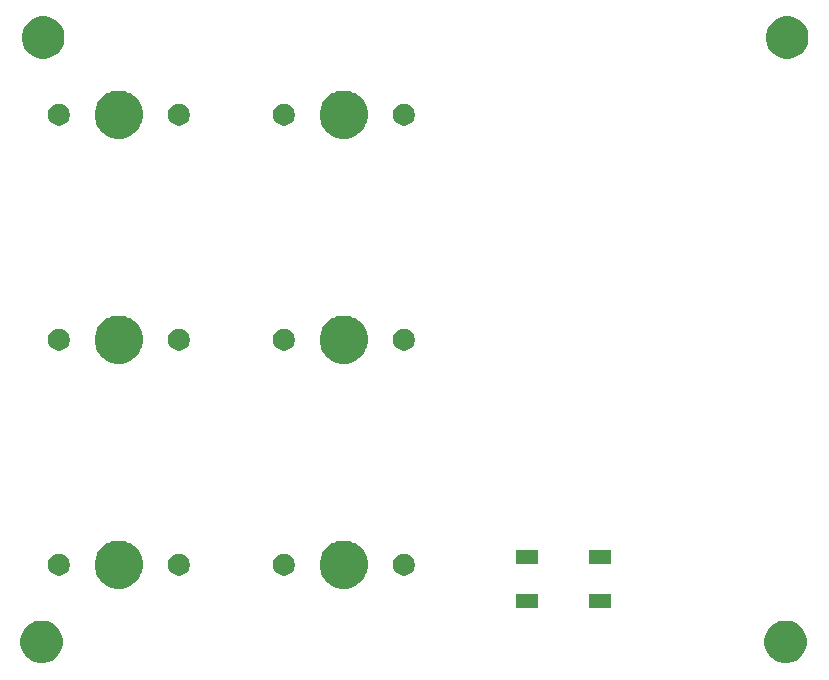
<source format=gts>
G04 #@! TF.GenerationSoftware,KiCad,Pcbnew,(5.1.2)-2*
G04 #@! TF.CreationDate,2020-07-12T21:59:46+03:00*
G04 #@! TF.ProjectId,KB-Prototype,4b422d50-726f-4746-9f74-7970652e6b69,rev?*
G04 #@! TF.SameCoordinates,Original*
G04 #@! TF.FileFunction,Soldermask,Top*
G04 #@! TF.FilePolarity,Negative*
%FSLAX46Y46*%
G04 Gerber Fmt 4.6, Leading zero omitted, Abs format (unit mm)*
G04 Created by KiCad (PCBNEW (5.1.2)-2) date 2020-07-12 21:59:46*
%MOMM*%
%LPD*%
G04 APERTURE LIST*
%ADD10C,0.100000*%
G04 APERTURE END LIST*
D10*
G36*
X90314331Y-76246211D02*
G01*
X90642092Y-76381974D01*
X90937070Y-76579072D01*
X91187928Y-76829930D01*
X91385026Y-77124908D01*
X91520789Y-77452669D01*
X91590000Y-77800616D01*
X91590000Y-78155384D01*
X91520789Y-78503331D01*
X91385026Y-78831092D01*
X91187928Y-79126070D01*
X90937070Y-79376928D01*
X90642092Y-79574026D01*
X90314331Y-79709789D01*
X89966384Y-79779000D01*
X89611616Y-79779000D01*
X89263669Y-79709789D01*
X88935908Y-79574026D01*
X88640930Y-79376928D01*
X88390072Y-79126070D01*
X88192974Y-78831092D01*
X88057211Y-78503331D01*
X87988000Y-78155384D01*
X87988000Y-77800616D01*
X88057211Y-77452669D01*
X88192974Y-77124908D01*
X88390072Y-76829930D01*
X88640930Y-76579072D01*
X88935908Y-76381974D01*
X89263669Y-76246211D01*
X89611616Y-76177000D01*
X89966384Y-76177000D01*
X90314331Y-76246211D01*
X90314331Y-76246211D01*
G37*
G36*
X27322331Y-76246211D02*
G01*
X27650092Y-76381974D01*
X27945070Y-76579072D01*
X28195928Y-76829930D01*
X28393026Y-77124908D01*
X28528789Y-77452669D01*
X28598000Y-77800616D01*
X28598000Y-78155384D01*
X28528789Y-78503331D01*
X28393026Y-78831092D01*
X28195928Y-79126070D01*
X27945070Y-79376928D01*
X27650092Y-79574026D01*
X27322331Y-79709789D01*
X26974384Y-79779000D01*
X26619616Y-79779000D01*
X26271669Y-79709789D01*
X25943908Y-79574026D01*
X25648930Y-79376928D01*
X25398072Y-79126070D01*
X25200974Y-78831092D01*
X25065211Y-78503331D01*
X24996000Y-78155384D01*
X24996000Y-77800616D01*
X25065211Y-77452669D01*
X25200974Y-77124908D01*
X25398072Y-76829930D01*
X25648930Y-76579072D01*
X25943908Y-76381974D01*
X26271669Y-76246211D01*
X26619616Y-76177000D01*
X26974384Y-76177000D01*
X27322331Y-76246211D01*
X27322331Y-76246211D01*
G37*
G36*
X75044000Y-75095000D02*
G01*
X73142000Y-75095000D01*
X73142000Y-73893000D01*
X75044000Y-73893000D01*
X75044000Y-75095000D01*
X75044000Y-75095000D01*
G37*
G36*
X68844000Y-75095000D02*
G01*
X66942000Y-75095000D01*
X66942000Y-73893000D01*
X68844000Y-73893000D01*
X68844000Y-75095000D01*
X68844000Y-75095000D01*
G37*
G36*
X52983974Y-69471184D02*
G01*
X53201974Y-69561483D01*
X53356123Y-69625333D01*
X53691048Y-69849123D01*
X53975877Y-70133952D01*
X54199667Y-70468877D01*
X54232062Y-70547086D01*
X54353816Y-70841026D01*
X54432400Y-71236094D01*
X54432400Y-71638906D01*
X54353816Y-72033974D01*
X54302951Y-72156772D01*
X54199667Y-72406123D01*
X53975877Y-72741048D01*
X53691048Y-73025877D01*
X53356123Y-73249667D01*
X53201974Y-73313517D01*
X52983974Y-73403816D01*
X52588906Y-73482400D01*
X52186094Y-73482400D01*
X51791026Y-73403816D01*
X51573026Y-73313517D01*
X51418877Y-73249667D01*
X51083952Y-73025877D01*
X50799123Y-72741048D01*
X50575333Y-72406123D01*
X50472049Y-72156772D01*
X50421184Y-72033974D01*
X50342600Y-71638906D01*
X50342600Y-71236094D01*
X50421184Y-70841026D01*
X50542938Y-70547086D01*
X50575333Y-70468877D01*
X50799123Y-70133952D01*
X51083952Y-69849123D01*
X51418877Y-69625333D01*
X51573026Y-69561483D01*
X51791026Y-69471184D01*
X52186094Y-69392600D01*
X52588906Y-69392600D01*
X52983974Y-69471184D01*
X52983974Y-69471184D01*
G37*
G36*
X33933974Y-69471184D02*
G01*
X34151974Y-69561483D01*
X34306123Y-69625333D01*
X34641048Y-69849123D01*
X34925877Y-70133952D01*
X35149667Y-70468877D01*
X35182062Y-70547086D01*
X35303816Y-70841026D01*
X35382400Y-71236094D01*
X35382400Y-71638906D01*
X35303816Y-72033974D01*
X35252951Y-72156772D01*
X35149667Y-72406123D01*
X34925877Y-72741048D01*
X34641048Y-73025877D01*
X34306123Y-73249667D01*
X34151974Y-73313517D01*
X33933974Y-73403816D01*
X33538906Y-73482400D01*
X33136094Y-73482400D01*
X32741026Y-73403816D01*
X32523026Y-73313517D01*
X32368877Y-73249667D01*
X32033952Y-73025877D01*
X31749123Y-72741048D01*
X31525333Y-72406123D01*
X31422049Y-72156772D01*
X31371184Y-72033974D01*
X31292600Y-71638906D01*
X31292600Y-71236094D01*
X31371184Y-70841026D01*
X31492938Y-70547086D01*
X31525333Y-70468877D01*
X31749123Y-70133952D01*
X32033952Y-69849123D01*
X32368877Y-69625333D01*
X32523026Y-69561483D01*
X32741026Y-69471184D01*
X33136094Y-69392600D01*
X33538906Y-69392600D01*
X33933974Y-69471184D01*
X33933974Y-69471184D01*
G37*
G36*
X38687604Y-70547085D02*
G01*
X38856126Y-70616889D01*
X39007791Y-70718228D01*
X39136772Y-70847209D01*
X39238111Y-70998874D01*
X39307915Y-71167396D01*
X39343500Y-71346297D01*
X39343500Y-71528703D01*
X39307915Y-71707604D01*
X39238111Y-71876126D01*
X39136772Y-72027791D01*
X39007791Y-72156772D01*
X38856126Y-72258111D01*
X38687604Y-72327915D01*
X38508703Y-72363500D01*
X38326297Y-72363500D01*
X38147396Y-72327915D01*
X37978874Y-72258111D01*
X37827209Y-72156772D01*
X37698228Y-72027791D01*
X37596889Y-71876126D01*
X37527085Y-71707604D01*
X37491500Y-71528703D01*
X37491500Y-71346297D01*
X37527085Y-71167396D01*
X37596889Y-70998874D01*
X37698228Y-70847209D01*
X37827209Y-70718228D01*
X37978874Y-70616889D01*
X38147396Y-70547085D01*
X38326297Y-70511500D01*
X38508703Y-70511500D01*
X38687604Y-70547085D01*
X38687604Y-70547085D01*
G37*
G36*
X28527604Y-70547085D02*
G01*
X28696126Y-70616889D01*
X28847791Y-70718228D01*
X28976772Y-70847209D01*
X29078111Y-70998874D01*
X29147915Y-71167396D01*
X29183500Y-71346297D01*
X29183500Y-71528703D01*
X29147915Y-71707604D01*
X29078111Y-71876126D01*
X28976772Y-72027791D01*
X28847791Y-72156772D01*
X28696126Y-72258111D01*
X28527604Y-72327915D01*
X28348703Y-72363500D01*
X28166297Y-72363500D01*
X27987396Y-72327915D01*
X27818874Y-72258111D01*
X27667209Y-72156772D01*
X27538228Y-72027791D01*
X27436889Y-71876126D01*
X27367085Y-71707604D01*
X27331500Y-71528703D01*
X27331500Y-71346297D01*
X27367085Y-71167396D01*
X27436889Y-70998874D01*
X27538228Y-70847209D01*
X27667209Y-70718228D01*
X27818874Y-70616889D01*
X27987396Y-70547085D01*
X28166297Y-70511500D01*
X28348703Y-70511500D01*
X28527604Y-70547085D01*
X28527604Y-70547085D01*
G37*
G36*
X57737604Y-70547085D02*
G01*
X57906126Y-70616889D01*
X58057791Y-70718228D01*
X58186772Y-70847209D01*
X58288111Y-70998874D01*
X58357915Y-71167396D01*
X58393500Y-71346297D01*
X58393500Y-71528703D01*
X58357915Y-71707604D01*
X58288111Y-71876126D01*
X58186772Y-72027791D01*
X58057791Y-72156772D01*
X57906126Y-72258111D01*
X57737604Y-72327915D01*
X57558703Y-72363500D01*
X57376297Y-72363500D01*
X57197396Y-72327915D01*
X57028874Y-72258111D01*
X56877209Y-72156772D01*
X56748228Y-72027791D01*
X56646889Y-71876126D01*
X56577085Y-71707604D01*
X56541500Y-71528703D01*
X56541500Y-71346297D01*
X56577085Y-71167396D01*
X56646889Y-70998874D01*
X56748228Y-70847209D01*
X56877209Y-70718228D01*
X57028874Y-70616889D01*
X57197396Y-70547085D01*
X57376297Y-70511500D01*
X57558703Y-70511500D01*
X57737604Y-70547085D01*
X57737604Y-70547085D01*
G37*
G36*
X47577604Y-70547085D02*
G01*
X47746126Y-70616889D01*
X47897791Y-70718228D01*
X48026772Y-70847209D01*
X48128111Y-70998874D01*
X48197915Y-71167396D01*
X48233500Y-71346297D01*
X48233500Y-71528703D01*
X48197915Y-71707604D01*
X48128111Y-71876126D01*
X48026772Y-72027791D01*
X47897791Y-72156772D01*
X47746126Y-72258111D01*
X47577604Y-72327915D01*
X47398703Y-72363500D01*
X47216297Y-72363500D01*
X47037396Y-72327915D01*
X46868874Y-72258111D01*
X46717209Y-72156772D01*
X46588228Y-72027791D01*
X46486889Y-71876126D01*
X46417085Y-71707604D01*
X46381500Y-71528703D01*
X46381500Y-71346297D01*
X46417085Y-71167396D01*
X46486889Y-70998874D01*
X46588228Y-70847209D01*
X46717209Y-70718228D01*
X46868874Y-70616889D01*
X47037396Y-70547085D01*
X47216297Y-70511500D01*
X47398703Y-70511500D01*
X47577604Y-70547085D01*
X47577604Y-70547085D01*
G37*
G36*
X68844000Y-71395000D02*
G01*
X66942000Y-71395000D01*
X66942000Y-70193000D01*
X68844000Y-70193000D01*
X68844000Y-71395000D01*
X68844000Y-71395000D01*
G37*
G36*
X75044000Y-71395000D02*
G01*
X73142000Y-71395000D01*
X73142000Y-70193000D01*
X75044000Y-70193000D01*
X75044000Y-71395000D01*
X75044000Y-71395000D01*
G37*
G36*
X33933974Y-50421184D02*
G01*
X34151974Y-50511483D01*
X34306123Y-50575333D01*
X34641048Y-50799123D01*
X34925877Y-51083952D01*
X35149667Y-51418877D01*
X35182062Y-51497086D01*
X35303816Y-51791026D01*
X35382400Y-52186094D01*
X35382400Y-52588906D01*
X35303816Y-52983974D01*
X35252951Y-53106772D01*
X35149667Y-53356123D01*
X34925877Y-53691048D01*
X34641048Y-53975877D01*
X34306123Y-54199667D01*
X34151974Y-54263517D01*
X33933974Y-54353816D01*
X33538906Y-54432400D01*
X33136094Y-54432400D01*
X32741026Y-54353816D01*
X32523026Y-54263517D01*
X32368877Y-54199667D01*
X32033952Y-53975877D01*
X31749123Y-53691048D01*
X31525333Y-53356123D01*
X31422049Y-53106772D01*
X31371184Y-52983974D01*
X31292600Y-52588906D01*
X31292600Y-52186094D01*
X31371184Y-51791026D01*
X31492938Y-51497086D01*
X31525333Y-51418877D01*
X31749123Y-51083952D01*
X32033952Y-50799123D01*
X32368877Y-50575333D01*
X32523026Y-50511483D01*
X32741026Y-50421184D01*
X33136094Y-50342600D01*
X33538906Y-50342600D01*
X33933974Y-50421184D01*
X33933974Y-50421184D01*
G37*
G36*
X52983974Y-50421184D02*
G01*
X53201974Y-50511483D01*
X53356123Y-50575333D01*
X53691048Y-50799123D01*
X53975877Y-51083952D01*
X54199667Y-51418877D01*
X54232062Y-51497086D01*
X54353816Y-51791026D01*
X54432400Y-52186094D01*
X54432400Y-52588906D01*
X54353816Y-52983974D01*
X54302951Y-53106772D01*
X54199667Y-53356123D01*
X53975877Y-53691048D01*
X53691048Y-53975877D01*
X53356123Y-54199667D01*
X53201974Y-54263517D01*
X52983974Y-54353816D01*
X52588906Y-54432400D01*
X52186094Y-54432400D01*
X51791026Y-54353816D01*
X51573026Y-54263517D01*
X51418877Y-54199667D01*
X51083952Y-53975877D01*
X50799123Y-53691048D01*
X50575333Y-53356123D01*
X50472049Y-53106772D01*
X50421184Y-52983974D01*
X50342600Y-52588906D01*
X50342600Y-52186094D01*
X50421184Y-51791026D01*
X50542938Y-51497086D01*
X50575333Y-51418877D01*
X50799123Y-51083952D01*
X51083952Y-50799123D01*
X51418877Y-50575333D01*
X51573026Y-50511483D01*
X51791026Y-50421184D01*
X52186094Y-50342600D01*
X52588906Y-50342600D01*
X52983974Y-50421184D01*
X52983974Y-50421184D01*
G37*
G36*
X38687604Y-51497085D02*
G01*
X38856126Y-51566889D01*
X39007791Y-51668228D01*
X39136772Y-51797209D01*
X39238111Y-51948874D01*
X39307915Y-52117396D01*
X39343500Y-52296297D01*
X39343500Y-52478703D01*
X39307915Y-52657604D01*
X39238111Y-52826126D01*
X39136772Y-52977791D01*
X39007791Y-53106772D01*
X38856126Y-53208111D01*
X38687604Y-53277915D01*
X38508703Y-53313500D01*
X38326297Y-53313500D01*
X38147396Y-53277915D01*
X37978874Y-53208111D01*
X37827209Y-53106772D01*
X37698228Y-52977791D01*
X37596889Y-52826126D01*
X37527085Y-52657604D01*
X37491500Y-52478703D01*
X37491500Y-52296297D01*
X37527085Y-52117396D01*
X37596889Y-51948874D01*
X37698228Y-51797209D01*
X37827209Y-51668228D01*
X37978874Y-51566889D01*
X38147396Y-51497085D01*
X38326297Y-51461500D01*
X38508703Y-51461500D01*
X38687604Y-51497085D01*
X38687604Y-51497085D01*
G37*
G36*
X57737604Y-51497085D02*
G01*
X57906126Y-51566889D01*
X58057791Y-51668228D01*
X58186772Y-51797209D01*
X58288111Y-51948874D01*
X58357915Y-52117396D01*
X58393500Y-52296297D01*
X58393500Y-52478703D01*
X58357915Y-52657604D01*
X58288111Y-52826126D01*
X58186772Y-52977791D01*
X58057791Y-53106772D01*
X57906126Y-53208111D01*
X57737604Y-53277915D01*
X57558703Y-53313500D01*
X57376297Y-53313500D01*
X57197396Y-53277915D01*
X57028874Y-53208111D01*
X56877209Y-53106772D01*
X56748228Y-52977791D01*
X56646889Y-52826126D01*
X56577085Y-52657604D01*
X56541500Y-52478703D01*
X56541500Y-52296297D01*
X56577085Y-52117396D01*
X56646889Y-51948874D01*
X56748228Y-51797209D01*
X56877209Y-51668228D01*
X57028874Y-51566889D01*
X57197396Y-51497085D01*
X57376297Y-51461500D01*
X57558703Y-51461500D01*
X57737604Y-51497085D01*
X57737604Y-51497085D01*
G37*
G36*
X47577604Y-51497085D02*
G01*
X47746126Y-51566889D01*
X47897791Y-51668228D01*
X48026772Y-51797209D01*
X48128111Y-51948874D01*
X48197915Y-52117396D01*
X48233500Y-52296297D01*
X48233500Y-52478703D01*
X48197915Y-52657604D01*
X48128111Y-52826126D01*
X48026772Y-52977791D01*
X47897791Y-53106772D01*
X47746126Y-53208111D01*
X47577604Y-53277915D01*
X47398703Y-53313500D01*
X47216297Y-53313500D01*
X47037396Y-53277915D01*
X46868874Y-53208111D01*
X46717209Y-53106772D01*
X46588228Y-52977791D01*
X46486889Y-52826126D01*
X46417085Y-52657604D01*
X46381500Y-52478703D01*
X46381500Y-52296297D01*
X46417085Y-52117396D01*
X46486889Y-51948874D01*
X46588228Y-51797209D01*
X46717209Y-51668228D01*
X46868874Y-51566889D01*
X47037396Y-51497085D01*
X47216297Y-51461500D01*
X47398703Y-51461500D01*
X47577604Y-51497085D01*
X47577604Y-51497085D01*
G37*
G36*
X28527604Y-51497085D02*
G01*
X28696126Y-51566889D01*
X28847791Y-51668228D01*
X28976772Y-51797209D01*
X29078111Y-51948874D01*
X29147915Y-52117396D01*
X29183500Y-52296297D01*
X29183500Y-52478703D01*
X29147915Y-52657604D01*
X29078111Y-52826126D01*
X28976772Y-52977791D01*
X28847791Y-53106772D01*
X28696126Y-53208111D01*
X28527604Y-53277915D01*
X28348703Y-53313500D01*
X28166297Y-53313500D01*
X27987396Y-53277915D01*
X27818874Y-53208111D01*
X27667209Y-53106772D01*
X27538228Y-52977791D01*
X27436889Y-52826126D01*
X27367085Y-52657604D01*
X27331500Y-52478703D01*
X27331500Y-52296297D01*
X27367085Y-52117396D01*
X27436889Y-51948874D01*
X27538228Y-51797209D01*
X27667209Y-51668228D01*
X27818874Y-51566889D01*
X27987396Y-51497085D01*
X28166297Y-51461500D01*
X28348703Y-51461500D01*
X28527604Y-51497085D01*
X28527604Y-51497085D01*
G37*
G36*
X52983974Y-31371184D02*
G01*
X53201974Y-31461483D01*
X53356123Y-31525333D01*
X53691048Y-31749123D01*
X53975877Y-32033952D01*
X54199667Y-32368877D01*
X54232062Y-32447086D01*
X54353816Y-32741026D01*
X54432400Y-33136094D01*
X54432400Y-33538906D01*
X54353816Y-33933974D01*
X54302951Y-34056772D01*
X54199667Y-34306123D01*
X53975877Y-34641048D01*
X53691048Y-34925877D01*
X53356123Y-35149667D01*
X53201974Y-35213517D01*
X52983974Y-35303816D01*
X52588906Y-35382400D01*
X52186094Y-35382400D01*
X51791026Y-35303816D01*
X51573026Y-35213517D01*
X51418877Y-35149667D01*
X51083952Y-34925877D01*
X50799123Y-34641048D01*
X50575333Y-34306123D01*
X50472049Y-34056772D01*
X50421184Y-33933974D01*
X50342600Y-33538906D01*
X50342600Y-33136094D01*
X50421184Y-32741026D01*
X50542938Y-32447086D01*
X50575333Y-32368877D01*
X50799123Y-32033952D01*
X51083952Y-31749123D01*
X51418877Y-31525333D01*
X51573026Y-31461483D01*
X51791026Y-31371184D01*
X52186094Y-31292600D01*
X52588906Y-31292600D01*
X52983974Y-31371184D01*
X52983974Y-31371184D01*
G37*
G36*
X33933974Y-31371184D02*
G01*
X34151974Y-31461483D01*
X34306123Y-31525333D01*
X34641048Y-31749123D01*
X34925877Y-32033952D01*
X35149667Y-32368877D01*
X35182062Y-32447086D01*
X35303816Y-32741026D01*
X35382400Y-33136094D01*
X35382400Y-33538906D01*
X35303816Y-33933974D01*
X35252951Y-34056772D01*
X35149667Y-34306123D01*
X34925877Y-34641048D01*
X34641048Y-34925877D01*
X34306123Y-35149667D01*
X34151974Y-35213517D01*
X33933974Y-35303816D01*
X33538906Y-35382400D01*
X33136094Y-35382400D01*
X32741026Y-35303816D01*
X32523026Y-35213517D01*
X32368877Y-35149667D01*
X32033952Y-34925877D01*
X31749123Y-34641048D01*
X31525333Y-34306123D01*
X31422049Y-34056772D01*
X31371184Y-33933974D01*
X31292600Y-33538906D01*
X31292600Y-33136094D01*
X31371184Y-32741026D01*
X31492938Y-32447086D01*
X31525333Y-32368877D01*
X31749123Y-32033952D01*
X32033952Y-31749123D01*
X32368877Y-31525333D01*
X32523026Y-31461483D01*
X32741026Y-31371184D01*
X33136094Y-31292600D01*
X33538906Y-31292600D01*
X33933974Y-31371184D01*
X33933974Y-31371184D01*
G37*
G36*
X28527604Y-32447085D02*
G01*
X28696126Y-32516889D01*
X28847791Y-32618228D01*
X28976772Y-32747209D01*
X29078111Y-32898874D01*
X29147915Y-33067396D01*
X29183500Y-33246297D01*
X29183500Y-33428703D01*
X29147915Y-33607604D01*
X29078111Y-33776126D01*
X28976772Y-33927791D01*
X28847791Y-34056772D01*
X28696126Y-34158111D01*
X28527604Y-34227915D01*
X28348703Y-34263500D01*
X28166297Y-34263500D01*
X27987396Y-34227915D01*
X27818874Y-34158111D01*
X27667209Y-34056772D01*
X27538228Y-33927791D01*
X27436889Y-33776126D01*
X27367085Y-33607604D01*
X27331500Y-33428703D01*
X27331500Y-33246297D01*
X27367085Y-33067396D01*
X27436889Y-32898874D01*
X27538228Y-32747209D01*
X27667209Y-32618228D01*
X27818874Y-32516889D01*
X27987396Y-32447085D01*
X28166297Y-32411500D01*
X28348703Y-32411500D01*
X28527604Y-32447085D01*
X28527604Y-32447085D01*
G37*
G36*
X57737604Y-32447085D02*
G01*
X57906126Y-32516889D01*
X58057791Y-32618228D01*
X58186772Y-32747209D01*
X58288111Y-32898874D01*
X58357915Y-33067396D01*
X58393500Y-33246297D01*
X58393500Y-33428703D01*
X58357915Y-33607604D01*
X58288111Y-33776126D01*
X58186772Y-33927791D01*
X58057791Y-34056772D01*
X57906126Y-34158111D01*
X57737604Y-34227915D01*
X57558703Y-34263500D01*
X57376297Y-34263500D01*
X57197396Y-34227915D01*
X57028874Y-34158111D01*
X56877209Y-34056772D01*
X56748228Y-33927791D01*
X56646889Y-33776126D01*
X56577085Y-33607604D01*
X56541500Y-33428703D01*
X56541500Y-33246297D01*
X56577085Y-33067396D01*
X56646889Y-32898874D01*
X56748228Y-32747209D01*
X56877209Y-32618228D01*
X57028874Y-32516889D01*
X57197396Y-32447085D01*
X57376297Y-32411500D01*
X57558703Y-32411500D01*
X57737604Y-32447085D01*
X57737604Y-32447085D01*
G37*
G36*
X47577604Y-32447085D02*
G01*
X47746126Y-32516889D01*
X47897791Y-32618228D01*
X48026772Y-32747209D01*
X48128111Y-32898874D01*
X48197915Y-33067396D01*
X48233500Y-33246297D01*
X48233500Y-33428703D01*
X48197915Y-33607604D01*
X48128111Y-33776126D01*
X48026772Y-33927791D01*
X47897791Y-34056772D01*
X47746126Y-34158111D01*
X47577604Y-34227915D01*
X47398703Y-34263500D01*
X47216297Y-34263500D01*
X47037396Y-34227915D01*
X46868874Y-34158111D01*
X46717209Y-34056772D01*
X46588228Y-33927791D01*
X46486889Y-33776126D01*
X46417085Y-33607604D01*
X46381500Y-33428703D01*
X46381500Y-33246297D01*
X46417085Y-33067396D01*
X46486889Y-32898874D01*
X46588228Y-32747209D01*
X46717209Y-32618228D01*
X46868874Y-32516889D01*
X47037396Y-32447085D01*
X47216297Y-32411500D01*
X47398703Y-32411500D01*
X47577604Y-32447085D01*
X47577604Y-32447085D01*
G37*
G36*
X38687604Y-32447085D02*
G01*
X38856126Y-32516889D01*
X39007791Y-32618228D01*
X39136772Y-32747209D01*
X39238111Y-32898874D01*
X39307915Y-33067396D01*
X39343500Y-33246297D01*
X39343500Y-33428703D01*
X39307915Y-33607604D01*
X39238111Y-33776126D01*
X39136772Y-33927791D01*
X39007791Y-34056772D01*
X38856126Y-34158111D01*
X38687604Y-34227915D01*
X38508703Y-34263500D01*
X38326297Y-34263500D01*
X38147396Y-34227915D01*
X37978874Y-34158111D01*
X37827209Y-34056772D01*
X37698228Y-33927791D01*
X37596889Y-33776126D01*
X37527085Y-33607604D01*
X37491500Y-33428703D01*
X37491500Y-33246297D01*
X37527085Y-33067396D01*
X37596889Y-32898874D01*
X37698228Y-32747209D01*
X37827209Y-32618228D01*
X37978874Y-32516889D01*
X38147396Y-32447085D01*
X38326297Y-32411500D01*
X38508703Y-32411500D01*
X38687604Y-32447085D01*
X38687604Y-32447085D01*
G37*
G36*
X27449331Y-25065211D02*
G01*
X27777092Y-25200974D01*
X28072070Y-25398072D01*
X28322928Y-25648930D01*
X28520026Y-25943908D01*
X28655789Y-26271669D01*
X28725000Y-26619616D01*
X28725000Y-26974384D01*
X28655789Y-27322331D01*
X28520026Y-27650092D01*
X28322928Y-27945070D01*
X28072070Y-28195928D01*
X27777092Y-28393026D01*
X27449331Y-28528789D01*
X27101384Y-28598000D01*
X26746616Y-28598000D01*
X26398669Y-28528789D01*
X26070908Y-28393026D01*
X25775930Y-28195928D01*
X25525072Y-27945070D01*
X25327974Y-27650092D01*
X25192211Y-27322331D01*
X25123000Y-26974384D01*
X25123000Y-26619616D01*
X25192211Y-26271669D01*
X25327974Y-25943908D01*
X25525072Y-25648930D01*
X25775930Y-25398072D01*
X26070908Y-25200974D01*
X26398669Y-25065211D01*
X26746616Y-24996000D01*
X27101384Y-24996000D01*
X27449331Y-25065211D01*
X27449331Y-25065211D01*
G37*
G36*
X90441331Y-25065211D02*
G01*
X90769092Y-25200974D01*
X91064070Y-25398072D01*
X91314928Y-25648930D01*
X91512026Y-25943908D01*
X91647789Y-26271669D01*
X91717000Y-26619616D01*
X91717000Y-26974384D01*
X91647789Y-27322331D01*
X91512026Y-27650092D01*
X91314928Y-27945070D01*
X91064070Y-28195928D01*
X90769092Y-28393026D01*
X90441331Y-28528789D01*
X90093384Y-28598000D01*
X89738616Y-28598000D01*
X89390669Y-28528789D01*
X89062908Y-28393026D01*
X88767930Y-28195928D01*
X88517072Y-27945070D01*
X88319974Y-27650092D01*
X88184211Y-27322331D01*
X88115000Y-26974384D01*
X88115000Y-26619616D01*
X88184211Y-26271669D01*
X88319974Y-25943908D01*
X88517072Y-25648930D01*
X88767930Y-25398072D01*
X89062908Y-25200974D01*
X89390669Y-25065211D01*
X89738616Y-24996000D01*
X90093384Y-24996000D01*
X90441331Y-25065211D01*
X90441331Y-25065211D01*
G37*
M02*

</source>
